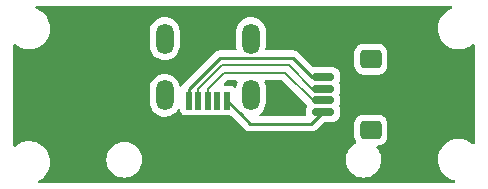
<source format=gbr>
%TF.GenerationSoftware,KiCad,Pcbnew,(5.99.0-12253-gc8b2e69332)*%
%TF.CreationDate,2021-11-11T06:41:09-05:00*%
%TF.ProjectId,980Daughterboard-USB-Mini,39383044-6175-4676-9874-6572626f6172,rev?*%
%TF.SameCoordinates,Original*%
%TF.FileFunction,Copper,L2,Bot*%
%TF.FilePolarity,Positive*%
%FSLAX46Y46*%
G04 Gerber Fmt 4.6, Leading zero omitted, Abs format (unit mm)*
G04 Created by KiCad (PCBNEW (5.99.0-12253-gc8b2e69332)) date 2021-11-11 06:41:09*
%MOMM*%
%LPD*%
G01*
G04 APERTURE LIST*
G04 Aperture macros list*
%AMRoundRect*
0 Rectangle with rounded corners*
0 $1 Rounding radius*
0 $2 $3 $4 $5 $6 $7 $8 $9 X,Y pos of 4 corners*
0 Add a 4 corners polygon primitive as box body*
4,1,4,$2,$3,$4,$5,$6,$7,$8,$9,$2,$3,0*
0 Add four circle primitives for the rounded corners*
1,1,$1+$1,$2,$3*
1,1,$1+$1,$4,$5*
1,1,$1+$1,$6,$7*
1,1,$1+$1,$8,$9*
0 Add four rect primitives between the rounded corners*
20,1,$1+$1,$2,$3,$4,$5,0*
20,1,$1+$1,$4,$5,$6,$7,0*
20,1,$1+$1,$6,$7,$8,$9,0*
20,1,$1+$1,$8,$9,$2,$3,0*%
G04 Aperture macros list end*
%TA.AperFunction,SMDPad,CuDef*%
%ADD10R,0.500000X1.500000*%
%TD*%
%TA.AperFunction,ComponentPad*%
%ADD11O,1.500000X2.600000*%
%TD*%
%TA.AperFunction,SMDPad,CuDef*%
%ADD12RoundRect,0.150000X-0.775000X0.150000X-0.775000X-0.150000X0.775000X-0.150000X0.775000X0.150000X0*%
%TD*%
%TA.AperFunction,SMDPad,CuDef*%
%ADD13RoundRect,0.332800X-0.567200X0.467200X-0.567200X-0.467200X0.567200X-0.467200X0.567200X0.467200X0*%
%TD*%
%TA.AperFunction,Conductor*%
%ADD14C,0.250000*%
%TD*%
%TA.AperFunction,Conductor*%
%ADD15C,0.200000*%
%TD*%
G04 APERTURE END LIST*
D10*
X119925000Y-9007500D03*
X120725000Y-9007500D03*
X121525000Y-9007500D03*
X122325000Y-9007500D03*
X123125000Y-9007500D03*
D11*
X125175000Y-8557500D03*
X117875000Y-8557500D03*
X125175000Y-3757500D03*
X117875000Y-3757500D03*
D12*
X131285000Y-6995000D03*
X131285000Y-7995000D03*
X131285000Y-8995000D03*
X131285000Y-9995000D03*
D13*
X135310000Y-5495000D03*
X135310000Y-11495000D03*
D14*
X131278000Y-9995000D02*
X131285000Y-9995000D01*
X130288000Y-10985000D02*
X131278000Y-9995000D01*
X125114000Y-10985000D02*
X130288000Y-10985000D01*
X123125000Y-9007500D02*
X124299520Y-10182020D01*
X124299520Y-10182020D02*
X124311020Y-10182020D01*
X124311020Y-10182020D02*
X125114000Y-10985000D01*
D15*
X128082000Y-6691000D02*
X130386000Y-8995000D01*
X122891500Y-6691000D02*
X128082000Y-6691000D01*
X121525000Y-8057500D02*
X122891500Y-6691000D01*
X130386000Y-8995000D02*
X131285000Y-8995000D01*
X121525000Y-9007500D02*
X121525000Y-8057500D01*
X128393001Y-6028000D02*
X130360001Y-7995000D01*
X122754500Y-6028000D02*
X128393001Y-6028000D01*
X120725000Y-8057500D02*
X122754500Y-6028000D01*
X130360001Y-7995000D02*
X131285000Y-7995000D01*
X120725000Y-9007500D02*
X120725000Y-8057500D01*
D14*
X122532500Y-5400000D02*
X128762000Y-5400000D01*
X128762000Y-5400000D02*
X130357000Y-6995000D01*
X130357000Y-6995000D02*
X131285000Y-6995000D01*
X119925000Y-8007500D02*
X122532500Y-5400000D01*
X119925000Y-9007500D02*
X119925000Y-8007500D01*
%TA.AperFunction,NonConductor*%
G36*
X123984812Y-7319502D02*
G01*
X124031305Y-7373158D01*
X124041409Y-7443432D01*
X124033598Y-7472496D01*
X123965344Y-7642283D01*
X123964206Y-7647780D01*
X123964205Y-7647782D01*
X123929890Y-7813481D01*
X123896489Y-7876130D01*
X123834520Y-7910776D01*
X123763657Y-7906419D01*
X123730946Y-7888756D01*
X123621705Y-7806885D01*
X123485316Y-7755755D01*
X123423134Y-7749000D01*
X122998239Y-7749000D01*
X122930118Y-7728998D01*
X122883625Y-7675342D01*
X122873521Y-7605068D01*
X122903015Y-7540488D01*
X122909144Y-7533905D01*
X123106644Y-7336405D01*
X123168956Y-7302379D01*
X123195739Y-7299500D01*
X123916691Y-7299500D01*
X123984812Y-7319502D01*
G37*
%TD.AperFunction*%
%TA.AperFunction,NonConductor*%
G36*
X127845882Y-7319502D02*
G01*
X127866856Y-7336405D01*
X129862337Y-9331886D01*
X129894239Y-9385828D01*
X129900855Y-9408601D01*
X129904890Y-9415423D01*
X129904890Y-9415424D01*
X129914020Y-9430863D01*
X129931478Y-9499679D01*
X129914020Y-9559137D01*
X129904891Y-9574574D01*
X129900855Y-9581399D01*
X129854438Y-9741169D01*
X129853934Y-9747574D01*
X129853933Y-9747579D01*
X129853328Y-9755271D01*
X129851500Y-9778498D01*
X129851500Y-10211502D01*
X129851693Y-10213952D01*
X129851693Y-10213956D01*
X129851823Y-10215603D01*
X129851768Y-10215864D01*
X129851791Y-10216447D01*
X129851645Y-10216453D01*
X129837233Y-10285084D01*
X129787395Y-10335648D01*
X129726212Y-10351500D01*
X125992424Y-10351500D01*
X125924303Y-10331498D01*
X125877810Y-10277842D01*
X125867706Y-10207568D01*
X125897200Y-10142988D01*
X125915720Y-10125537D01*
X125931301Y-10113581D01*
X126030292Y-10037623D01*
X126181485Y-9871464D01*
X126188702Y-9859960D01*
X126297885Y-9685905D01*
X126300864Y-9681156D01*
X126384656Y-9472717D01*
X126430213Y-9252733D01*
X126433500Y-9195725D01*
X126433500Y-7950501D01*
X126430551Y-7917452D01*
X126420401Y-7803733D01*
X126418617Y-7783738D01*
X126415527Y-7772440D01*
X126369738Y-7605068D01*
X126359337Y-7567049D01*
X126355564Y-7559137D01*
X126317695Y-7479744D01*
X126306422Y-7409648D01*
X126334835Y-7344585D01*
X126393914Y-7305212D01*
X126431421Y-7299500D01*
X127777761Y-7299500D01*
X127845882Y-7319502D01*
G37*
%TD.AperFunction*%
%TA.AperFunction,NonConductor*%
G36*
X142178182Y-1023002D02*
G01*
X142224675Y-1076658D01*
X142234779Y-1146932D01*
X142205285Y-1211512D01*
X142145321Y-1249966D01*
X142132433Y-1253722D01*
X142128180Y-1255682D01*
X142128179Y-1255683D01*
X142091659Y-1272519D01*
X141895072Y-1363147D01*
X141856067Y-1388720D01*
X141680404Y-1503889D01*
X141680399Y-1503893D01*
X141676491Y-1506455D01*
X141481494Y-1680497D01*
X141314363Y-1881449D01*
X141311934Y-1885452D01*
X141181616Y-2100210D01*
X141178771Y-2104898D01*
X141077697Y-2345934D01*
X141013359Y-2599262D01*
X140987173Y-2859318D01*
X140999713Y-3120387D01*
X141050704Y-3376735D01*
X141139026Y-3622731D01*
X141141242Y-3626855D01*
X141205753Y-3746916D01*
X141262737Y-3852970D01*
X141265532Y-3856713D01*
X141265534Y-3856716D01*
X141416330Y-4058656D01*
X141416335Y-4058662D01*
X141419122Y-4062394D01*
X141422431Y-4065674D01*
X141422436Y-4065680D01*
X141594878Y-4236623D01*
X141604743Y-4246402D01*
X141608505Y-4249160D01*
X141608508Y-4249163D01*
X141765807Y-4364499D01*
X141815524Y-4400953D01*
X141819667Y-4403133D01*
X141819669Y-4403134D01*
X142042684Y-4520468D01*
X142042689Y-4520470D01*
X142046834Y-4522651D01*
X142172509Y-4566539D01*
X142289089Y-4607251D01*
X142293590Y-4608823D01*
X142298183Y-4609695D01*
X142545785Y-4656703D01*
X142545788Y-4656703D01*
X142550374Y-4657574D01*
X142680959Y-4662705D01*
X142806875Y-4667653D01*
X142806881Y-4667653D01*
X142811543Y-4667836D01*
X142890977Y-4659136D01*
X143066707Y-4639891D01*
X143066712Y-4639890D01*
X143071360Y-4639381D01*
X143184116Y-4609695D01*
X143319594Y-4574027D01*
X143319596Y-4574026D01*
X143324117Y-4572836D01*
X143564262Y-4469661D01*
X143599071Y-4448121D01*
X143782547Y-4334583D01*
X143782548Y-4334583D01*
X143786519Y-4332125D01*
X143790082Y-4329108D01*
X143790087Y-4329105D01*
X143909588Y-4227939D01*
X143974504Y-4199191D01*
X144044657Y-4210102D01*
X144097774Y-4257209D01*
X144117000Y-4324106D01*
X144117000Y-12595502D01*
X144096998Y-12663623D01*
X144043342Y-12710116D01*
X143973068Y-12720220D01*
X143904667Y-12687277D01*
X143863172Y-12648242D01*
X143863166Y-12648237D01*
X143859763Y-12645036D01*
X143654591Y-12502702D01*
X143648851Y-12498720D01*
X143648848Y-12498718D01*
X143645009Y-12496055D01*
X143640816Y-12493987D01*
X143414781Y-12382519D01*
X143414778Y-12382518D01*
X143410593Y-12380454D01*
X143364449Y-12365683D01*
X143166123Y-12302199D01*
X143161665Y-12300772D01*
X142903693Y-12258758D01*
X142789942Y-12257269D01*
X142647022Y-12255398D01*
X142647019Y-12255398D01*
X142642345Y-12255337D01*
X142383362Y-12290583D01*
X142132433Y-12363722D01*
X142128180Y-12365682D01*
X142128179Y-12365683D01*
X142091659Y-12382519D01*
X141895072Y-12473147D01*
X141856067Y-12498720D01*
X141680404Y-12613889D01*
X141680399Y-12613893D01*
X141676491Y-12616455D01*
X141481494Y-12790497D01*
X141314363Y-12991449D01*
X141311934Y-12995452D01*
X141185444Y-13203902D01*
X141178771Y-13214898D01*
X141077697Y-13455934D01*
X141013359Y-13709262D01*
X140987173Y-13969318D01*
X140999713Y-14230387D01*
X141050704Y-14486735D01*
X141139026Y-14732731D01*
X141141242Y-14736855D01*
X141258781Y-14955607D01*
X141262737Y-14962970D01*
X141265532Y-14966713D01*
X141265534Y-14966716D01*
X141416330Y-15168656D01*
X141416335Y-15168662D01*
X141419122Y-15172394D01*
X141422431Y-15175674D01*
X141422436Y-15175680D01*
X141601426Y-15353114D01*
X141604743Y-15356402D01*
X141608505Y-15359160D01*
X141608508Y-15359163D01*
X141794869Y-15495808D01*
X141815524Y-15510953D01*
X141819667Y-15513133D01*
X141819669Y-15513134D01*
X142042684Y-15630468D01*
X142042689Y-15630470D01*
X142046834Y-15632651D01*
X142293590Y-15718823D01*
X142298183Y-15719695D01*
X142390444Y-15737211D01*
X142453638Y-15769568D01*
X142489307Y-15830954D01*
X142486126Y-15901879D01*
X142445105Y-15959826D01*
X142379268Y-15986396D01*
X142366942Y-15987000D01*
X107281093Y-15987000D01*
X107212972Y-15966998D01*
X107166479Y-15913342D01*
X107156375Y-15843068D01*
X107185869Y-15778488D01*
X107214790Y-15753855D01*
X107269993Y-15719695D01*
X107436519Y-15616646D01*
X107440082Y-15613629D01*
X107440087Y-15613626D01*
X107632439Y-15450787D01*
X107632440Y-15450786D01*
X107636005Y-15447768D01*
X107656736Y-15424128D01*
X107805257Y-15254774D01*
X107805261Y-15254769D01*
X107808339Y-15251259D01*
X107814142Y-15242238D01*
X107940305Y-15046094D01*
X107949733Y-15031437D01*
X108057083Y-14793129D01*
X108075359Y-14728327D01*
X108126760Y-14546076D01*
X108126761Y-14546073D01*
X108128030Y-14541572D01*
X108161014Y-14282291D01*
X108163431Y-14190000D01*
X108150462Y-14015479D01*
X112936835Y-14015479D01*
X112955465Y-14252190D01*
X112956619Y-14256997D01*
X112956620Y-14257003D01*
X112963443Y-14285421D01*
X113010895Y-14483073D01*
X113012788Y-14487644D01*
X113012789Y-14487646D01*
X113091892Y-14678618D01*
X113101760Y-14702442D01*
X113104346Y-14706662D01*
X113223241Y-14900681D01*
X113223245Y-14900687D01*
X113225824Y-14904895D01*
X113380031Y-15085448D01*
X113560584Y-15239655D01*
X113564792Y-15242234D01*
X113564798Y-15242238D01*
X113698259Y-15324023D01*
X113763037Y-15363719D01*
X113767607Y-15365612D01*
X113767611Y-15365614D01*
X113973239Y-15450787D01*
X113982406Y-15454584D01*
X114062609Y-15473839D01*
X114208476Y-15508859D01*
X114208482Y-15508860D01*
X114213289Y-15510014D01*
X114450000Y-15528644D01*
X114686711Y-15510014D01*
X114691518Y-15508860D01*
X114691524Y-15508859D01*
X114837391Y-15473839D01*
X114917594Y-15454584D01*
X114926761Y-15450787D01*
X115132389Y-15365614D01*
X115132393Y-15365612D01*
X115136963Y-15363719D01*
X115201741Y-15324023D01*
X115335202Y-15242238D01*
X115335208Y-15242234D01*
X115339416Y-15239655D01*
X115519969Y-15085448D01*
X115674176Y-14904895D01*
X115676755Y-14900687D01*
X115676759Y-14900681D01*
X115795654Y-14706662D01*
X115798240Y-14702442D01*
X115808109Y-14678618D01*
X115887211Y-14487646D01*
X115887212Y-14487644D01*
X115889105Y-14483073D01*
X115936557Y-14285421D01*
X115943380Y-14257003D01*
X115943381Y-14256997D01*
X115944535Y-14252190D01*
X115963165Y-14015479D01*
X133186835Y-14015479D01*
X133205465Y-14252190D01*
X133206619Y-14256997D01*
X133206620Y-14257003D01*
X133213443Y-14285421D01*
X133260895Y-14483073D01*
X133262788Y-14487644D01*
X133262789Y-14487646D01*
X133341892Y-14678618D01*
X133351760Y-14702442D01*
X133354346Y-14706662D01*
X133473241Y-14900681D01*
X133473245Y-14900687D01*
X133475824Y-14904895D01*
X133630031Y-15085448D01*
X133810584Y-15239655D01*
X133814792Y-15242234D01*
X133814798Y-15242238D01*
X133948259Y-15324023D01*
X134013037Y-15363719D01*
X134017607Y-15365612D01*
X134017611Y-15365614D01*
X134223239Y-15450787D01*
X134232406Y-15454584D01*
X134312609Y-15473839D01*
X134458476Y-15508859D01*
X134458482Y-15508860D01*
X134463289Y-15510014D01*
X134700000Y-15528644D01*
X134936711Y-15510014D01*
X134941518Y-15508860D01*
X134941524Y-15508859D01*
X135087391Y-15473839D01*
X135167594Y-15454584D01*
X135176761Y-15450787D01*
X135382389Y-15365614D01*
X135382393Y-15365612D01*
X135386963Y-15363719D01*
X135451741Y-15324023D01*
X135585202Y-15242238D01*
X135585208Y-15242234D01*
X135589416Y-15239655D01*
X135769969Y-15085448D01*
X135924176Y-14904895D01*
X135926755Y-14900687D01*
X135926759Y-14900681D01*
X136045654Y-14706662D01*
X136048240Y-14702442D01*
X136058109Y-14678618D01*
X136137211Y-14487646D01*
X136137212Y-14487644D01*
X136139105Y-14483073D01*
X136186557Y-14285421D01*
X136193380Y-14257003D01*
X136193381Y-14256997D01*
X136194535Y-14252190D01*
X136213165Y-14015479D01*
X136194535Y-13778768D01*
X136176760Y-13704727D01*
X136140260Y-13552697D01*
X136139105Y-13547885D01*
X136048240Y-13328516D01*
X135981258Y-13219212D01*
X135926759Y-13130277D01*
X135926755Y-13130271D01*
X135924176Y-13126063D01*
X135920960Y-13122297D01*
X135826186Y-13011330D01*
X135797155Y-12946540D01*
X135807760Y-12876340D01*
X135854635Y-12823018D01*
X135921997Y-12803500D01*
X135949968Y-12803500D01*
X135952104Y-12803354D01*
X135952115Y-12803354D01*
X135971079Y-12802061D01*
X135992051Y-12800631D01*
X136169412Y-12756410D01*
X136175519Y-12753378D01*
X136175523Y-12753377D01*
X136251277Y-12715772D01*
X136333141Y-12675135D01*
X136338459Y-12670860D01*
X136338461Y-12670858D01*
X136470280Y-12564872D01*
X136475597Y-12560597D01*
X136481261Y-12553552D01*
X136585858Y-12423461D01*
X136585860Y-12423459D01*
X136590135Y-12418141D01*
X136648771Y-12300019D01*
X136668377Y-12260523D01*
X136668378Y-12260519D01*
X136671410Y-12254412D01*
X136715631Y-12077051D01*
X136718500Y-12034968D01*
X136718500Y-10955032D01*
X136715631Y-10912949D01*
X136671410Y-10735588D01*
X136657698Y-10707964D01*
X136621807Y-10635663D01*
X136590135Y-10571859D01*
X136578523Y-10557416D01*
X136479872Y-10434720D01*
X136475597Y-10429403D01*
X136368725Y-10343475D01*
X136338461Y-10319142D01*
X136338459Y-10319140D01*
X136333141Y-10314865D01*
X136221979Y-10259684D01*
X136175523Y-10236623D01*
X136175519Y-10236622D01*
X136169412Y-10233590D01*
X135992051Y-10189369D01*
X135971079Y-10187939D01*
X135952115Y-10186646D01*
X135952104Y-10186646D01*
X135949968Y-10186500D01*
X134670032Y-10186500D01*
X134667896Y-10186646D01*
X134667885Y-10186646D01*
X134648921Y-10187939D01*
X134627949Y-10189369D01*
X134450588Y-10233590D01*
X134444481Y-10236622D01*
X134444477Y-10236623D01*
X134398021Y-10259684D01*
X134286859Y-10314865D01*
X134281541Y-10319140D01*
X134281539Y-10319142D01*
X134251275Y-10343475D01*
X134144403Y-10429403D01*
X134140128Y-10434720D01*
X134041478Y-10557416D01*
X134029865Y-10571859D01*
X133998193Y-10635663D01*
X133962303Y-10707964D01*
X133948590Y-10735588D01*
X133904369Y-10912949D01*
X133901500Y-10955032D01*
X133901500Y-12034968D01*
X133904369Y-12077051D01*
X133948590Y-12254412D01*
X133951622Y-12260519D01*
X133951623Y-12260523D01*
X133971229Y-12300019D01*
X134029865Y-12418141D01*
X134034140Y-12423459D01*
X134034142Y-12423461D01*
X134070559Y-12468754D01*
X134097656Y-12534376D01*
X134084973Y-12604231D01*
X134036537Y-12656139D01*
X134020584Y-12664113D01*
X134013037Y-12667239D01*
X134003243Y-12673241D01*
X133814798Y-12788720D01*
X133814792Y-12788724D01*
X133810584Y-12791303D01*
X133630031Y-12945510D01*
X133475824Y-13126063D01*
X133473245Y-13130271D01*
X133473241Y-13130277D01*
X133418742Y-13219212D01*
X133351760Y-13328516D01*
X133260895Y-13547885D01*
X133259740Y-13552697D01*
X133223241Y-13704727D01*
X133205465Y-13778768D01*
X133186835Y-14015479D01*
X115963165Y-14015479D01*
X115944535Y-13778768D01*
X115926760Y-13704727D01*
X115890260Y-13552697D01*
X115889105Y-13547885D01*
X115798240Y-13328516D01*
X115731258Y-13219212D01*
X115676759Y-13130277D01*
X115676755Y-13130271D01*
X115674176Y-13126063D01*
X115519969Y-12945510D01*
X115339416Y-12791303D01*
X115335208Y-12788724D01*
X115335202Y-12788720D01*
X115141183Y-12669825D01*
X115136963Y-12667239D01*
X115132393Y-12665346D01*
X115132389Y-12665344D01*
X114922167Y-12578268D01*
X114922165Y-12578267D01*
X114917594Y-12576374D01*
X114828461Y-12554975D01*
X114691524Y-12522099D01*
X114691518Y-12522098D01*
X114686711Y-12520944D01*
X114450000Y-12502314D01*
X114213289Y-12520944D01*
X114208482Y-12522098D01*
X114208476Y-12522099D01*
X114071539Y-12554975D01*
X113982406Y-12576374D01*
X113977835Y-12578267D01*
X113977833Y-12578268D01*
X113767611Y-12665344D01*
X113767607Y-12665346D01*
X113763037Y-12667239D01*
X113758817Y-12669825D01*
X113564798Y-12788720D01*
X113564792Y-12788724D01*
X113560584Y-12791303D01*
X113380031Y-12945510D01*
X113225824Y-13126063D01*
X113223245Y-13130271D01*
X113223241Y-13130277D01*
X113168742Y-13219212D01*
X113101760Y-13328516D01*
X113010895Y-13547885D01*
X113009740Y-13552697D01*
X112973241Y-13704727D01*
X112955465Y-13778768D01*
X112936835Y-14015479D01*
X108150462Y-14015479D01*
X108144407Y-13934000D01*
X108144406Y-13933996D01*
X108144061Y-13929348D01*
X108111105Y-13783702D01*
X108087408Y-13678980D01*
X108086377Y-13674423D01*
X108001412Y-13455934D01*
X107993340Y-13435176D01*
X107993339Y-13435173D01*
X107991647Y-13430823D01*
X107861951Y-13203902D01*
X107700138Y-12998643D01*
X107509763Y-12819557D01*
X107352005Y-12710116D01*
X107298851Y-12673241D01*
X107298848Y-12673239D01*
X107295009Y-12670576D01*
X107290816Y-12668508D01*
X107064781Y-12557040D01*
X107064778Y-12557039D01*
X107060593Y-12554975D01*
X107014449Y-12540204D01*
X106816123Y-12476720D01*
X106811665Y-12475293D01*
X106553693Y-12433279D01*
X106439942Y-12431790D01*
X106297022Y-12429919D01*
X106297019Y-12429919D01*
X106292345Y-12429858D01*
X106033362Y-12465104D01*
X106028876Y-12466412D01*
X106028874Y-12466412D01*
X106000988Y-12474540D01*
X105782433Y-12538243D01*
X105778180Y-12540203D01*
X105778179Y-12540204D01*
X105745477Y-12555280D01*
X105545072Y-12647668D01*
X105509701Y-12670858D01*
X105330404Y-12788410D01*
X105330399Y-12788414D01*
X105326491Y-12790976D01*
X105322999Y-12794093D01*
X105242901Y-12865583D01*
X105178760Y-12896021D01*
X105108345Y-12886949D01*
X105054013Y-12841249D01*
X105033000Y-12771580D01*
X105033000Y-7919275D01*
X116616500Y-7919275D01*
X116616500Y-9164499D01*
X116616749Y-9167286D01*
X116616749Y-9167292D01*
X116620474Y-9209033D01*
X116631383Y-9331262D01*
X116632864Y-9336676D01*
X116632865Y-9336681D01*
X116650458Y-9400988D01*
X116690663Y-9547951D01*
X116693075Y-9553009D01*
X116693077Y-9553013D01*
X116706617Y-9581399D01*
X116787378Y-9750718D01*
X116918471Y-9933154D01*
X117079799Y-10089492D01*
X117266262Y-10214790D01*
X117471967Y-10305088D01*
X117477418Y-10306397D01*
X117477422Y-10306398D01*
X117684954Y-10356222D01*
X117690411Y-10357532D01*
X117774475Y-10362379D01*
X117909083Y-10370140D01*
X117909086Y-10370140D01*
X117914690Y-10370463D01*
X118137715Y-10343475D01*
X118352435Y-10277418D01*
X118357415Y-10274848D01*
X118357419Y-10274846D01*
X118547081Y-10176954D01*
X118547082Y-10176954D01*
X118552064Y-10174382D01*
X118730292Y-10037623D01*
X118881485Y-9871464D01*
X118884470Y-9866706D01*
X118937710Y-9781835D01*
X118990853Y-9734757D01*
X119061012Y-9723885D01*
X119125912Y-9752669D01*
X119164947Y-9811971D01*
X119169710Y-9835183D01*
X119173255Y-9867816D01*
X119224385Y-10004205D01*
X119311739Y-10120761D01*
X119428295Y-10208115D01*
X119564684Y-10259245D01*
X119626866Y-10266000D01*
X120223134Y-10266000D01*
X120285316Y-10259245D01*
X120292715Y-10256471D01*
X120295854Y-10255725D01*
X120354146Y-10255725D01*
X120357285Y-10256471D01*
X120364684Y-10259245D01*
X120426866Y-10266000D01*
X121023134Y-10266000D01*
X121085316Y-10259245D01*
X121092715Y-10256471D01*
X121095854Y-10255725D01*
X121154146Y-10255725D01*
X121157285Y-10256471D01*
X121164684Y-10259245D01*
X121226866Y-10266000D01*
X121823134Y-10266000D01*
X121885316Y-10259245D01*
X121892715Y-10256471D01*
X121895854Y-10255725D01*
X121954146Y-10255725D01*
X121957285Y-10256471D01*
X121964684Y-10259245D01*
X122026866Y-10266000D01*
X122623134Y-10266000D01*
X122685316Y-10259245D01*
X122692715Y-10256471D01*
X122695854Y-10255725D01*
X122754146Y-10255725D01*
X122757285Y-10256471D01*
X122764684Y-10259245D01*
X122826866Y-10266000D01*
X123423134Y-10266000D01*
X123426519Y-10265632D01*
X123427966Y-10265554D01*
X123497068Y-10281846D01*
X123523870Y-10302275D01*
X123795868Y-10574273D01*
X123803408Y-10582559D01*
X123807520Y-10589038D01*
X123813297Y-10594463D01*
X123857171Y-10635663D01*
X123860013Y-10638418D01*
X123879750Y-10658155D01*
X123882947Y-10660635D01*
X123891967Y-10668338D01*
X123924199Y-10698606D01*
X123931148Y-10702426D01*
X123937559Y-10707084D01*
X123936920Y-10707964D01*
X123953545Y-10720449D01*
X124610343Y-11377247D01*
X124617887Y-11385537D01*
X124622000Y-11392018D01*
X124627777Y-11397443D01*
X124671667Y-11438658D01*
X124674509Y-11441413D01*
X124694230Y-11461134D01*
X124697425Y-11463612D01*
X124706447Y-11471318D01*
X124738679Y-11501586D01*
X124745628Y-11505406D01*
X124756432Y-11511346D01*
X124772956Y-11522199D01*
X124788959Y-11534613D01*
X124829543Y-11552176D01*
X124840173Y-11557383D01*
X124878940Y-11578695D01*
X124886617Y-11580666D01*
X124886622Y-11580668D01*
X124898558Y-11583732D01*
X124917266Y-11590137D01*
X124935855Y-11598181D01*
X124943683Y-11599421D01*
X124943690Y-11599423D01*
X124979524Y-11605099D01*
X124991144Y-11607505D01*
X125022959Y-11615673D01*
X125033970Y-11618500D01*
X125054224Y-11618500D01*
X125073934Y-11620051D01*
X125093943Y-11623220D01*
X125101835Y-11622474D01*
X125120580Y-11620702D01*
X125137962Y-11619059D01*
X125149819Y-11618500D01*
X130209233Y-11618500D01*
X130220416Y-11619027D01*
X130227909Y-11620702D01*
X130235835Y-11620453D01*
X130235836Y-11620453D01*
X130295986Y-11618562D01*
X130299945Y-11618500D01*
X130327856Y-11618500D01*
X130331791Y-11618003D01*
X130331856Y-11617995D01*
X130343693Y-11617062D01*
X130375951Y-11616048D01*
X130379970Y-11615922D01*
X130387889Y-11615673D01*
X130407343Y-11610021D01*
X130426700Y-11606013D01*
X130438930Y-11604468D01*
X130438931Y-11604468D01*
X130446797Y-11603474D01*
X130454168Y-11600555D01*
X130454170Y-11600555D01*
X130487912Y-11587196D01*
X130499142Y-11583351D01*
X130533983Y-11573229D01*
X130533984Y-11573229D01*
X130541593Y-11571018D01*
X130548412Y-11566985D01*
X130548417Y-11566983D01*
X130559028Y-11560707D01*
X130576776Y-11552012D01*
X130595617Y-11544552D01*
X130615987Y-11529753D01*
X130631387Y-11518564D01*
X130641307Y-11512048D01*
X130672535Y-11493580D01*
X130672538Y-11493578D01*
X130679362Y-11489542D01*
X130693683Y-11475221D01*
X130708717Y-11462380D01*
X130710432Y-11461134D01*
X130725107Y-11450472D01*
X130753298Y-11416395D01*
X130761288Y-11407616D01*
X131328499Y-10840405D01*
X131390811Y-10806379D01*
X131417594Y-10803500D01*
X132126502Y-10803500D01*
X132128950Y-10803307D01*
X132128958Y-10803307D01*
X132157421Y-10801067D01*
X132157426Y-10801066D01*
X132163831Y-10800562D01*
X132263769Y-10771528D01*
X132315988Y-10756357D01*
X132315990Y-10756356D01*
X132323601Y-10754145D01*
X132403177Y-10707084D01*
X132459980Y-10673491D01*
X132459983Y-10673489D01*
X132466807Y-10669453D01*
X132584453Y-10551807D01*
X132588489Y-10544983D01*
X132588491Y-10544980D01*
X132665108Y-10415427D01*
X132669145Y-10408601D01*
X132715562Y-10248831D01*
X132716892Y-10231939D01*
X132718307Y-10213958D01*
X132718307Y-10213950D01*
X132718500Y-10211502D01*
X132718500Y-9778498D01*
X132716672Y-9755271D01*
X132716067Y-9747579D01*
X132716066Y-9747574D01*
X132715562Y-9741169D01*
X132669145Y-9581399D01*
X132665109Y-9574574D01*
X132655980Y-9559137D01*
X132638522Y-9490321D01*
X132655980Y-9430863D01*
X132665109Y-9415426D01*
X132665110Y-9415424D01*
X132669145Y-9408601D01*
X132715562Y-9248831D01*
X132718500Y-9211502D01*
X132718500Y-8778498D01*
X132715562Y-8741169D01*
X132669145Y-8581399D01*
X132665109Y-8574574D01*
X132655980Y-8559137D01*
X132638522Y-8490321D01*
X132655980Y-8430863D01*
X132665109Y-8415426D01*
X132665110Y-8415424D01*
X132669145Y-8408601D01*
X132715562Y-8248831D01*
X132718500Y-8211502D01*
X132718500Y-7778498D01*
X132718307Y-7776042D01*
X132716067Y-7747579D01*
X132716066Y-7747574D01*
X132715562Y-7741169D01*
X132682219Y-7626400D01*
X132671357Y-7589012D01*
X132671356Y-7589010D01*
X132669145Y-7581399D01*
X132661217Y-7567993D01*
X132655980Y-7559137D01*
X132638522Y-7490321D01*
X132655980Y-7430863D01*
X132665109Y-7415426D01*
X132665110Y-7415424D01*
X132669145Y-7408601D01*
X132683344Y-7359729D01*
X132713767Y-7255008D01*
X132715562Y-7248831D01*
X132716306Y-7239390D01*
X132718307Y-7213958D01*
X132718307Y-7213950D01*
X132718500Y-7211502D01*
X132718500Y-6778498D01*
X132718081Y-6773175D01*
X132716067Y-6747579D01*
X132716066Y-6747574D01*
X132715562Y-6741169D01*
X132669145Y-6581399D01*
X132652107Y-6552589D01*
X132588491Y-6445020D01*
X132588489Y-6445017D01*
X132584453Y-6438193D01*
X132466807Y-6320547D01*
X132459983Y-6316511D01*
X132459980Y-6316509D01*
X132330427Y-6239892D01*
X132330428Y-6239892D01*
X132323601Y-6235855D01*
X132315990Y-6233644D01*
X132315988Y-6233643D01*
X132263769Y-6218472D01*
X132163831Y-6189438D01*
X132157426Y-6188934D01*
X132157421Y-6188933D01*
X132128958Y-6186693D01*
X132128950Y-6186693D01*
X132126502Y-6186500D01*
X130496594Y-6186500D01*
X130428473Y-6166498D01*
X130407499Y-6149595D01*
X129265652Y-5007747D01*
X129258112Y-4999461D01*
X129254000Y-4992982D01*
X129213587Y-4955032D01*
X133901500Y-4955032D01*
X133901500Y-6034968D01*
X133904369Y-6077051D01*
X133948590Y-6254412D01*
X134029865Y-6418141D01*
X134034140Y-6423459D01*
X134034142Y-6423461D01*
X134045987Y-6438193D01*
X134144403Y-6560597D01*
X134149720Y-6564872D01*
X134281539Y-6670858D01*
X134281541Y-6670860D01*
X134286859Y-6675135D01*
X134368723Y-6715772D01*
X134444477Y-6753377D01*
X134444481Y-6753378D01*
X134450588Y-6756410D01*
X134627949Y-6800631D01*
X134648921Y-6802061D01*
X134667885Y-6803354D01*
X134667896Y-6803354D01*
X134670032Y-6803500D01*
X135949968Y-6803500D01*
X135952104Y-6803354D01*
X135952115Y-6803354D01*
X135971079Y-6802061D01*
X135992051Y-6800631D01*
X136169412Y-6756410D01*
X136175519Y-6753378D01*
X136175523Y-6753377D01*
X136251276Y-6715773D01*
X136333141Y-6675135D01*
X136338459Y-6670860D01*
X136338461Y-6670858D01*
X136470280Y-6564872D01*
X136475597Y-6560597D01*
X136574013Y-6438193D01*
X136585858Y-6423461D01*
X136585860Y-6423459D01*
X136590135Y-6418141D01*
X136671410Y-6254412D01*
X136715631Y-6077051D01*
X136718500Y-6034968D01*
X136718500Y-4955032D01*
X136717519Y-4940634D01*
X136717061Y-4933921D01*
X136715631Y-4912949D01*
X136671410Y-4735588D01*
X136642941Y-4678236D01*
X136611524Y-4614948D01*
X136590135Y-4571859D01*
X136548816Y-4520468D01*
X136479872Y-4434720D01*
X136475597Y-4429403D01*
X136442925Y-4403134D01*
X136338461Y-4319142D01*
X136338459Y-4319140D01*
X136333141Y-4314865D01*
X136216993Y-4257209D01*
X136175523Y-4236623D01*
X136175519Y-4236622D01*
X136169412Y-4233590D01*
X135992051Y-4189369D01*
X135971079Y-4187939D01*
X135952115Y-4186646D01*
X135952104Y-4186646D01*
X135949968Y-4186500D01*
X134670032Y-4186500D01*
X134667896Y-4186646D01*
X134667885Y-4186646D01*
X134648921Y-4187939D01*
X134627949Y-4189369D01*
X134450588Y-4233590D01*
X134444481Y-4236622D01*
X134444477Y-4236623D01*
X134403007Y-4257209D01*
X134286859Y-4314865D01*
X134281541Y-4319140D01*
X134281539Y-4319142D01*
X134177075Y-4403134D01*
X134144403Y-4429403D01*
X134140128Y-4434720D01*
X134071185Y-4520468D01*
X134029865Y-4571859D01*
X134008476Y-4614948D01*
X133977060Y-4678236D01*
X133948590Y-4735588D01*
X133904369Y-4912949D01*
X133902939Y-4933921D01*
X133902482Y-4940634D01*
X133901500Y-4955032D01*
X129213587Y-4955032D01*
X129204348Y-4946356D01*
X129201507Y-4943602D01*
X129181770Y-4923865D01*
X129178573Y-4921385D01*
X129169551Y-4913680D01*
X129156122Y-4901069D01*
X129137321Y-4883414D01*
X129130375Y-4879595D01*
X129130372Y-4879593D01*
X129119566Y-4873652D01*
X129103047Y-4862801D01*
X129102583Y-4862441D01*
X129087041Y-4850386D01*
X129079772Y-4847241D01*
X129079768Y-4847238D01*
X129046463Y-4832826D01*
X129035813Y-4827609D01*
X128997060Y-4806305D01*
X128977437Y-4801267D01*
X128958734Y-4794863D01*
X128947420Y-4789967D01*
X128947419Y-4789967D01*
X128940145Y-4786819D01*
X128932322Y-4785580D01*
X128932312Y-4785577D01*
X128896476Y-4779901D01*
X128884856Y-4777495D01*
X128849711Y-4768472D01*
X128849710Y-4768472D01*
X128842030Y-4766500D01*
X128821776Y-4766500D01*
X128802065Y-4764949D01*
X128789886Y-4763020D01*
X128782057Y-4761780D01*
X128752786Y-4764547D01*
X128738039Y-4765941D01*
X128726181Y-4766500D01*
X126520001Y-4766500D01*
X126451880Y-4746498D01*
X126405387Y-4692842D01*
X126395283Y-4622568D01*
X126396616Y-4614964D01*
X126430213Y-4452733D01*
X126433500Y-4395725D01*
X126433500Y-3150501D01*
X126430813Y-3120387D01*
X126425222Y-3057743D01*
X126418617Y-2983738D01*
X126359337Y-2767049D01*
X126262622Y-2564282D01*
X126131529Y-2381846D01*
X126020207Y-2273967D01*
X125974229Y-2229411D01*
X125974226Y-2229409D01*
X125970201Y-2225508D01*
X125783738Y-2100210D01*
X125578033Y-2009912D01*
X125572582Y-2008603D01*
X125572578Y-2008602D01*
X125365046Y-1958778D01*
X125365045Y-1958778D01*
X125359589Y-1957468D01*
X125275525Y-1952621D01*
X125140917Y-1944860D01*
X125140914Y-1944860D01*
X125135310Y-1944537D01*
X124912285Y-1971525D01*
X124697565Y-2037582D01*
X124692585Y-2040152D01*
X124692581Y-2040154D01*
X124567142Y-2104898D01*
X124497936Y-2140618D01*
X124493489Y-2144031D01*
X124493488Y-2144031D01*
X124479922Y-2154440D01*
X124319708Y-2277377D01*
X124168515Y-2443536D01*
X124165537Y-2448283D01*
X124165535Y-2448286D01*
X124114057Y-2530350D01*
X124049136Y-2633844D01*
X123965344Y-2842283D01*
X123919787Y-3062267D01*
X123916500Y-3119275D01*
X123916500Y-4364499D01*
X123916749Y-4367286D01*
X123916749Y-4367292D01*
X123919506Y-4398186D01*
X123931383Y-4531262D01*
X123952172Y-4607253D01*
X123950855Y-4678236D01*
X123911369Y-4737239D01*
X123846252Y-4765529D01*
X123830638Y-4766500D01*
X122611267Y-4766500D01*
X122600084Y-4765973D01*
X122592591Y-4764298D01*
X122584665Y-4764547D01*
X122584664Y-4764547D01*
X122524501Y-4766438D01*
X122520543Y-4766500D01*
X122492644Y-4766500D01*
X122488654Y-4767004D01*
X122476820Y-4767936D01*
X122432611Y-4769326D01*
X122424997Y-4771538D01*
X122424992Y-4771539D01*
X122413159Y-4774977D01*
X122393796Y-4778988D01*
X122373703Y-4781526D01*
X122366336Y-4784443D01*
X122366331Y-4784444D01*
X122332592Y-4797802D01*
X122321365Y-4801646D01*
X122278907Y-4813982D01*
X122272081Y-4818019D01*
X122261472Y-4824293D01*
X122243724Y-4832988D01*
X122224883Y-4840448D01*
X122218467Y-4845110D01*
X122218466Y-4845110D01*
X122189113Y-4866436D01*
X122179193Y-4872952D01*
X122147965Y-4891420D01*
X122147962Y-4891422D01*
X122141138Y-4895458D01*
X122126817Y-4909779D01*
X122111784Y-4922619D01*
X122095393Y-4934528D01*
X122080207Y-4952885D01*
X122067202Y-4968605D01*
X122059212Y-4977384D01*
X119532747Y-7503848D01*
X119524461Y-7511388D01*
X119517982Y-7515500D01*
X119512557Y-7521277D01*
X119471357Y-7565151D01*
X119468602Y-7567993D01*
X119448865Y-7587730D01*
X119446385Y-7590927D01*
X119438682Y-7599947D01*
X119408414Y-7632179D01*
X119404595Y-7639125D01*
X119404593Y-7639128D01*
X119398652Y-7649934D01*
X119387801Y-7666453D01*
X119375386Y-7682459D01*
X119372241Y-7689728D01*
X119372238Y-7689732D01*
X119357826Y-7723037D01*
X119352605Y-7733695D01*
X119337088Y-7761921D01*
X119286745Y-7811980D01*
X119217328Y-7826875D01*
X119150879Y-7801876D01*
X119108493Y-7744920D01*
X119105139Y-7734471D01*
X119078492Y-7637069D01*
X119059337Y-7567049D01*
X119055564Y-7559137D01*
X118995801Y-7433844D01*
X118962622Y-7364282D01*
X118831529Y-7181846D01*
X118670201Y-7025508D01*
X118483738Y-6900210D01*
X118278033Y-6809912D01*
X118272582Y-6808603D01*
X118272578Y-6808602D01*
X118065046Y-6758778D01*
X118065045Y-6758778D01*
X118059589Y-6757468D01*
X117975525Y-6752621D01*
X117840917Y-6744860D01*
X117840914Y-6744860D01*
X117835310Y-6744537D01*
X117612285Y-6771525D01*
X117397565Y-6837582D01*
X117392585Y-6840152D01*
X117392581Y-6840154D01*
X117202919Y-6938046D01*
X117197936Y-6940618D01*
X117019708Y-7077377D01*
X116868515Y-7243536D01*
X116865537Y-7248283D01*
X116865535Y-7248286D01*
X116795628Y-7359729D01*
X116749136Y-7433844D01*
X116665344Y-7642283D01*
X116619787Y-7862267D01*
X116619521Y-7866878D01*
X116619521Y-7866879D01*
X116617944Y-7894239D01*
X116616500Y-7919275D01*
X105033000Y-7919275D01*
X105033000Y-4328909D01*
X105053002Y-4260788D01*
X105106658Y-4214295D01*
X105176932Y-4204191D01*
X105241512Y-4233685D01*
X105247705Y-4239425D01*
X105254743Y-4246402D01*
X105258505Y-4249160D01*
X105258508Y-4249163D01*
X105415807Y-4364499D01*
X105465524Y-4400953D01*
X105469667Y-4403133D01*
X105469669Y-4403134D01*
X105692684Y-4520468D01*
X105692689Y-4520470D01*
X105696834Y-4522651D01*
X105822509Y-4566539D01*
X105939089Y-4607251D01*
X105943590Y-4608823D01*
X105948183Y-4609695D01*
X106195785Y-4656703D01*
X106195788Y-4656703D01*
X106200374Y-4657574D01*
X106330959Y-4662705D01*
X106456875Y-4667653D01*
X106456881Y-4667653D01*
X106461543Y-4667836D01*
X106540977Y-4659136D01*
X106716707Y-4639891D01*
X106716712Y-4639890D01*
X106721360Y-4639381D01*
X106834116Y-4609695D01*
X106969594Y-4574027D01*
X106969596Y-4574026D01*
X106974117Y-4572836D01*
X107214262Y-4469661D01*
X107249071Y-4448121D01*
X107432547Y-4334583D01*
X107432548Y-4334583D01*
X107436519Y-4332125D01*
X107440082Y-4329108D01*
X107440087Y-4329105D01*
X107632439Y-4166266D01*
X107632440Y-4166265D01*
X107636005Y-4163247D01*
X107767000Y-4013876D01*
X107805257Y-3970253D01*
X107805261Y-3970248D01*
X107808339Y-3966738D01*
X107949733Y-3746916D01*
X108057083Y-3508608D01*
X108128030Y-3257051D01*
X108145325Y-3121099D01*
X108145557Y-3119275D01*
X116616500Y-3119275D01*
X116616500Y-4364499D01*
X116616749Y-4367286D01*
X116616749Y-4367292D01*
X116619506Y-4398186D01*
X116631383Y-4531262D01*
X116632864Y-4536676D01*
X116632865Y-4536681D01*
X116652840Y-4609695D01*
X116690663Y-4747951D01*
X116693075Y-4753009D01*
X116693077Y-4753013D01*
X116738021Y-4847238D01*
X116787378Y-4950718D01*
X116918471Y-5133154D01*
X117079799Y-5289492D01*
X117266262Y-5414790D01*
X117471967Y-5505088D01*
X117477418Y-5506397D01*
X117477422Y-5506398D01*
X117684954Y-5556222D01*
X117690411Y-5557532D01*
X117774475Y-5562379D01*
X117909083Y-5570140D01*
X117909086Y-5570140D01*
X117914690Y-5570463D01*
X118137715Y-5543475D01*
X118352435Y-5477418D01*
X118357415Y-5474848D01*
X118357419Y-5474846D01*
X118547081Y-5376954D01*
X118547082Y-5376954D01*
X118552064Y-5374382D01*
X118730292Y-5237623D01*
X118881485Y-5071464D01*
X118921455Y-5007747D01*
X118997885Y-4885905D01*
X119000864Y-4881156D01*
X119084656Y-4672717D01*
X119130213Y-4452733D01*
X119133500Y-4395725D01*
X119133500Y-3150501D01*
X119130813Y-3120387D01*
X119125222Y-3057743D01*
X119118617Y-2983738D01*
X119059337Y-2767049D01*
X118962622Y-2564282D01*
X118831529Y-2381846D01*
X118720207Y-2273967D01*
X118674229Y-2229411D01*
X118674226Y-2229409D01*
X118670201Y-2225508D01*
X118483738Y-2100210D01*
X118278033Y-2009912D01*
X118272582Y-2008603D01*
X118272578Y-2008602D01*
X118065046Y-1958778D01*
X118065045Y-1958778D01*
X118059589Y-1957468D01*
X117975525Y-1952621D01*
X117840917Y-1944860D01*
X117840914Y-1944860D01*
X117835310Y-1944537D01*
X117612285Y-1971525D01*
X117397565Y-2037582D01*
X117392585Y-2040152D01*
X117392581Y-2040154D01*
X117267142Y-2104898D01*
X117197936Y-2140618D01*
X117193489Y-2144031D01*
X117193488Y-2144031D01*
X117179922Y-2154440D01*
X117019708Y-2277377D01*
X116868515Y-2443536D01*
X116865537Y-2448283D01*
X116865535Y-2448286D01*
X116814057Y-2530350D01*
X116749136Y-2633844D01*
X116665344Y-2842283D01*
X116619787Y-3062267D01*
X116616500Y-3119275D01*
X108145557Y-3119275D01*
X108160616Y-3000900D01*
X108160616Y-3000896D01*
X108161014Y-2997770D01*
X108161382Y-2983738D01*
X108163348Y-2908639D01*
X108163431Y-2905479D01*
X108159655Y-2854664D01*
X108144407Y-2649479D01*
X108144406Y-2649475D01*
X108144061Y-2644827D01*
X108140502Y-2629095D01*
X108087408Y-2394459D01*
X108086377Y-2389902D01*
X108025022Y-2232126D01*
X107993340Y-2150655D01*
X107993339Y-2150652D01*
X107991647Y-2146302D01*
X107988399Y-2140618D01*
X107928566Y-2035933D01*
X107861951Y-1919381D01*
X107700138Y-1714122D01*
X107509763Y-1535036D01*
X107317923Y-1401951D01*
X107298851Y-1388720D01*
X107298848Y-1388718D01*
X107295009Y-1386055D01*
X107290816Y-1383987D01*
X107064781Y-1272519D01*
X107064778Y-1272518D01*
X107060593Y-1270454D01*
X107014449Y-1255683D01*
X106993577Y-1249002D01*
X106934797Y-1209184D01*
X106906875Y-1143909D01*
X106918676Y-1073900D01*
X106966454Y-1021385D01*
X107031990Y-1003000D01*
X142110061Y-1003000D01*
X142178182Y-1023002D01*
G37*
%TD.AperFunction*%
M02*

</source>
